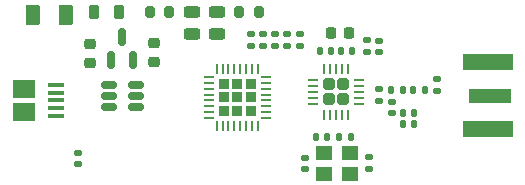
<source format=gtp>
%TF.GenerationSoftware,KiCad,Pcbnew,(6.0.0)*%
%TF.CreationDate,2023-01-11T18:06:36+05:30*%
%TF.ProjectId,STM32+Rf,53544d33-322b-4526-962e-6b696361645f,rev?*%
%TF.SameCoordinates,Original*%
%TF.FileFunction,Paste,Top*%
%TF.FilePolarity,Positive*%
%FSLAX46Y46*%
G04 Gerber Fmt 4.6, Leading zero omitted, Abs format (unit mm)*
G04 Created by KiCad (PCBNEW (6.0.0)) date 2023-01-11 18:06:36*
%MOMM*%
%LPD*%
G01*
G04 APERTURE LIST*
G04 Aperture macros list*
%AMRoundRect*
0 Rectangle with rounded corners*
0 $1 Rounding radius*
0 $2 $3 $4 $5 $6 $7 $8 $9 X,Y pos of 4 corners*
0 Add a 4 corners polygon primitive as box body*
4,1,4,$2,$3,$4,$5,$6,$7,$8,$9,$2,$3,0*
0 Add four circle primitives for the rounded corners*
1,1,$1+$1,$2,$3*
1,1,$1+$1,$4,$5*
1,1,$1+$1,$6,$7*
1,1,$1+$1,$8,$9*
0 Add four rect primitives between the rounded corners*
20,1,$1+$1,$2,$3,$4,$5,0*
20,1,$1+$1,$4,$5,$6,$7,0*
20,1,$1+$1,$6,$7,$8,$9,0*
20,1,$1+$1,$8,$9,$2,$3,0*%
G04 Aperture macros list end*
%ADD10RoundRect,0.062500X-0.062500X0.375000X-0.062500X-0.375000X0.062500X-0.375000X0.062500X0.375000X0*%
%ADD11RoundRect,0.062500X-0.375000X0.062500X-0.375000X-0.062500X0.375000X-0.062500X0.375000X0.062500X0*%
%ADD12RoundRect,0.232500X-0.232500X0.232500X-0.232500X-0.232500X0.232500X-0.232500X0.232500X0.232500X0*%
%ADD13R,1.400000X1.200000*%
%ADD14RoundRect,0.150000X0.150000X-0.587500X0.150000X0.587500X-0.150000X0.587500X-0.150000X-0.587500X0*%
%ADD15RoundRect,0.150000X0.512500X0.150000X-0.512500X0.150000X-0.512500X-0.150000X0.512500X-0.150000X0*%
%ADD16RoundRect,0.062500X-0.350000X-0.062500X0.350000X-0.062500X0.350000X0.062500X-0.350000X0.062500X0*%
%ADD17RoundRect,0.062500X-0.062500X-0.350000X0.062500X-0.350000X0.062500X0.350000X-0.062500X0.350000X0*%
%ADD18RoundRect,0.250000X-0.255000X-0.255000X0.255000X-0.255000X0.255000X0.255000X-0.255000X0.255000X0*%
%ADD19RoundRect,0.200000X-0.200000X-0.275000X0.200000X-0.275000X0.200000X0.275000X-0.200000X0.275000X0*%
%ADD20RoundRect,0.200000X0.200000X0.275000X-0.200000X0.275000X-0.200000X-0.275000X0.200000X-0.275000X0*%
%ADD21RoundRect,0.135000X0.185000X-0.135000X0.185000X0.135000X-0.185000X0.135000X-0.185000X-0.135000X0*%
%ADD22RoundRect,0.135000X0.135000X0.185000X-0.135000X0.185000X-0.135000X-0.185000X0.135000X-0.185000X0*%
%ADD23RoundRect,0.147500X0.172500X-0.147500X0.172500X0.147500X-0.172500X0.147500X-0.172500X-0.147500X0*%
%ADD24RoundRect,0.147500X-0.147500X-0.172500X0.147500X-0.172500X0.147500X0.172500X-0.147500X0.172500X0*%
%ADD25RoundRect,0.147500X-0.172500X0.147500X-0.172500X-0.147500X0.172500X-0.147500X0.172500X0.147500X0*%
%ADD26R,4.200000X1.350000*%
%ADD27R,3.600000X1.270000*%
%ADD28R,1.900000X1.500000*%
%ADD29R,1.350000X0.400000*%
%ADD30RoundRect,0.218750X-0.218750X-0.381250X0.218750X-0.381250X0.218750X0.381250X-0.218750X0.381250X0*%
%ADD31RoundRect,0.250000X-0.375000X-0.625000X0.375000X-0.625000X0.375000X0.625000X-0.375000X0.625000X0*%
%ADD32RoundRect,0.243750X-0.456250X0.243750X-0.456250X-0.243750X0.456250X-0.243750X0.456250X0.243750X0*%
%ADD33RoundRect,0.140000X0.170000X-0.140000X0.170000X0.140000X-0.170000X0.140000X-0.170000X-0.140000X0*%
%ADD34RoundRect,0.225000X-0.250000X0.225000X-0.250000X-0.225000X0.250000X-0.225000X0.250000X0.225000X0*%
%ADD35RoundRect,0.140000X-0.170000X0.140000X-0.170000X-0.140000X0.170000X-0.140000X0.170000X0.140000X0*%
%ADD36RoundRect,0.140000X-0.140000X-0.170000X0.140000X-0.170000X0.140000X0.170000X-0.140000X0.170000X0*%
%ADD37RoundRect,0.140000X0.140000X0.170000X-0.140000X0.170000X-0.140000X-0.170000X0.140000X-0.170000X0*%
%ADD38RoundRect,0.225000X-0.225000X-0.250000X0.225000X-0.250000X0.225000X0.250000X-0.225000X0.250000X0*%
G04 APERTURE END LIST*
D10*
%TO.C,U4*%
X140281600Y-119126900D03*
X139781600Y-119126900D03*
X139281600Y-119126900D03*
X138781600Y-119126900D03*
X138281600Y-119126900D03*
X137781600Y-119126900D03*
X137281600Y-119126900D03*
X136781600Y-119126900D03*
D11*
X136094100Y-119814400D03*
X136094100Y-120314400D03*
X136094100Y-120814400D03*
X136094100Y-121314400D03*
X136094100Y-121814400D03*
X136094100Y-122314400D03*
X136094100Y-122814400D03*
X136094100Y-123314400D03*
D10*
X136781600Y-124001900D03*
X137281600Y-124001900D03*
X137781600Y-124001900D03*
X138281600Y-124001900D03*
X138781600Y-124001900D03*
X139281600Y-124001900D03*
X139781600Y-124001900D03*
X140281600Y-124001900D03*
D11*
X140969100Y-123314400D03*
X140969100Y-122814400D03*
X140969100Y-122314400D03*
X140969100Y-121814400D03*
X140969100Y-121314400D03*
X140969100Y-120814400D03*
X140969100Y-120314400D03*
X140969100Y-119814400D03*
D12*
X139681600Y-120414400D03*
X138531600Y-120414400D03*
X137381600Y-120414400D03*
X139681600Y-121564400D03*
X138531600Y-121564400D03*
X137381600Y-121564400D03*
X139681600Y-122714400D03*
X138531600Y-122714400D03*
X137381600Y-122714400D03*
%TD*%
D13*
%TO.C,Y1*%
X148100000Y-126300000D03*
X145900000Y-126300000D03*
X145900000Y-128000000D03*
X148100000Y-128000000D03*
%TD*%
D14*
%TO.C,U3*%
X127843200Y-118350400D03*
X129743200Y-118350400D03*
X128793200Y-116475400D03*
%TD*%
D15*
%TO.C,U2*%
X129975000Y-122400000D03*
X129975000Y-121450000D03*
X129975000Y-120500000D03*
X127700000Y-120500000D03*
X127700000Y-121450000D03*
X127700000Y-122400000D03*
%TD*%
D16*
%TO.C,U1*%
X144950700Y-120081800D03*
X144950700Y-120581800D03*
X144950700Y-121081800D03*
X144950700Y-121581800D03*
X144950700Y-122081800D03*
D17*
X145888200Y-123019300D03*
X146388200Y-123019300D03*
X146888200Y-123019300D03*
X147388200Y-123019300D03*
X147888200Y-123019300D03*
D16*
X148825700Y-122081800D03*
X148825700Y-121581800D03*
X148825700Y-121081800D03*
X148825700Y-120581800D03*
X148825700Y-120081800D03*
D17*
X147888200Y-119144300D03*
X147388200Y-119144300D03*
X146888200Y-119144300D03*
X146388200Y-119144300D03*
X145888200Y-119144300D03*
D18*
X146263200Y-120456800D03*
X146263200Y-121706800D03*
X147513200Y-120456800D03*
X147513200Y-121706800D03*
%TD*%
D19*
%TO.C,R5*%
X138684000Y-114311800D03*
X140334000Y-114311800D03*
%TD*%
D20*
%TO.C,R4*%
X132791200Y-114286400D03*
X131141200Y-114286400D03*
%TD*%
D21*
%TO.C,R3*%
X143800000Y-117220000D03*
X143800000Y-116200000D03*
%TD*%
D22*
%TO.C,R2*%
X148170000Y-124900000D03*
X147150000Y-124900000D03*
%TD*%
D21*
%TO.C,R1*%
X149500000Y-117731000D03*
X149500000Y-116711000D03*
%TD*%
D23*
%TO.C,L3*%
X151600000Y-122885000D03*
X151600000Y-121915000D03*
%TD*%
D24*
%TO.C,L2*%
X151550000Y-120950000D03*
X152520000Y-120950000D03*
%TD*%
D25*
%TO.C,L1*%
X150500000Y-120850000D03*
X150500000Y-121820000D03*
%TD*%
D26*
%TO.C,J2*%
X159750000Y-124225000D03*
X159750000Y-118575000D03*
D27*
X159950000Y-121400000D03*
%TD*%
D28*
%TO.C,J1*%
X120450000Y-122818400D03*
D29*
X123150000Y-121168400D03*
X123150000Y-120518400D03*
X123150000Y-123118400D03*
X123150000Y-122468400D03*
X123150000Y-121818400D03*
D28*
X120450000Y-120818400D03*
%TD*%
D30*
%TO.C,FB1*%
X126399000Y-114286400D03*
X128524000Y-114286400D03*
%TD*%
D31*
%TO.C,F1*%
X121253600Y-114565800D03*
X124053600Y-114565800D03*
%TD*%
D32*
%TO.C,D2*%
X136804400Y-114337200D03*
X136804400Y-116212200D03*
%TD*%
%TO.C,D1*%
X134670800Y-114316400D03*
X134670800Y-116191400D03*
%TD*%
D33*
%TO.C,C18*%
X125006600Y-127204000D03*
X125006600Y-126244000D03*
%TD*%
%TO.C,C17*%
X142748000Y-117180000D03*
X142748000Y-116220000D03*
%TD*%
%TO.C,C16*%
X141732000Y-117180000D03*
X141732000Y-116220000D03*
%TD*%
%TO.C,C15*%
X140716000Y-117180000D03*
X140716000Y-116220000D03*
%TD*%
%TO.C,C14*%
X139700000Y-117180000D03*
X139700000Y-116220000D03*
%TD*%
D34*
%TO.C,C13*%
X131521200Y-116991200D03*
X131521200Y-118541200D03*
%TD*%
D35*
%TO.C,C12*%
X155400000Y-120040000D03*
X155400000Y-121000000D03*
%TD*%
D34*
%TO.C,C11*%
X126085600Y-117054400D03*
X126085600Y-118604400D03*
%TD*%
D36*
%TO.C,C10*%
X153450000Y-120950000D03*
X154410000Y-120950000D03*
%TD*%
D37*
%TO.C,C9*%
X153510000Y-123850000D03*
X152550000Y-123850000D03*
%TD*%
D33*
%TO.C,C8*%
X144300000Y-127660000D03*
X144300000Y-126700000D03*
%TD*%
D37*
%TO.C,C7*%
X153510000Y-122900000D03*
X152550000Y-122900000D03*
%TD*%
D35*
%TO.C,C6*%
X149700000Y-126640000D03*
X149700000Y-127600000D03*
%TD*%
%TO.C,C5*%
X150500000Y-116740000D03*
X150500000Y-117700000D03*
%TD*%
D37*
%TO.C,C4*%
X146150000Y-124900000D03*
X145190000Y-124900000D03*
%TD*%
D36*
%TO.C,C3*%
X147300000Y-117600000D03*
X148260000Y-117600000D03*
%TD*%
D38*
%TO.C,C2*%
X146450000Y-116100000D03*
X148000000Y-116100000D03*
%TD*%
D37*
%TO.C,C1*%
X146460000Y-117600000D03*
X145500000Y-117600000D03*
%TD*%
M02*

</source>
